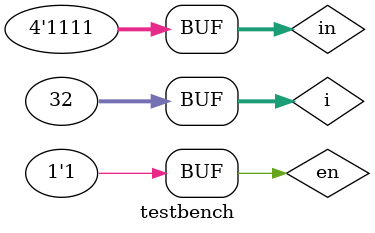
<source format=v>
module testbench; 

   reg en;
	reg [3:0] in;
	wire [15:0] out;	

	integer i; 

	
	dec_3x8 u0(.en(en), .in(in), .out(out));

   initial begin
		en <= 0;
		in <= 0;
		
		$monitor("en = %0b in = 0x%0h out = 0x%0h", en, in, out);
					
	 
		for (i = 0; i < 32; i = i + 1) begin
			{en, in} = i;
			#10; 
		end		
	
    end 
endmodule
</source>
